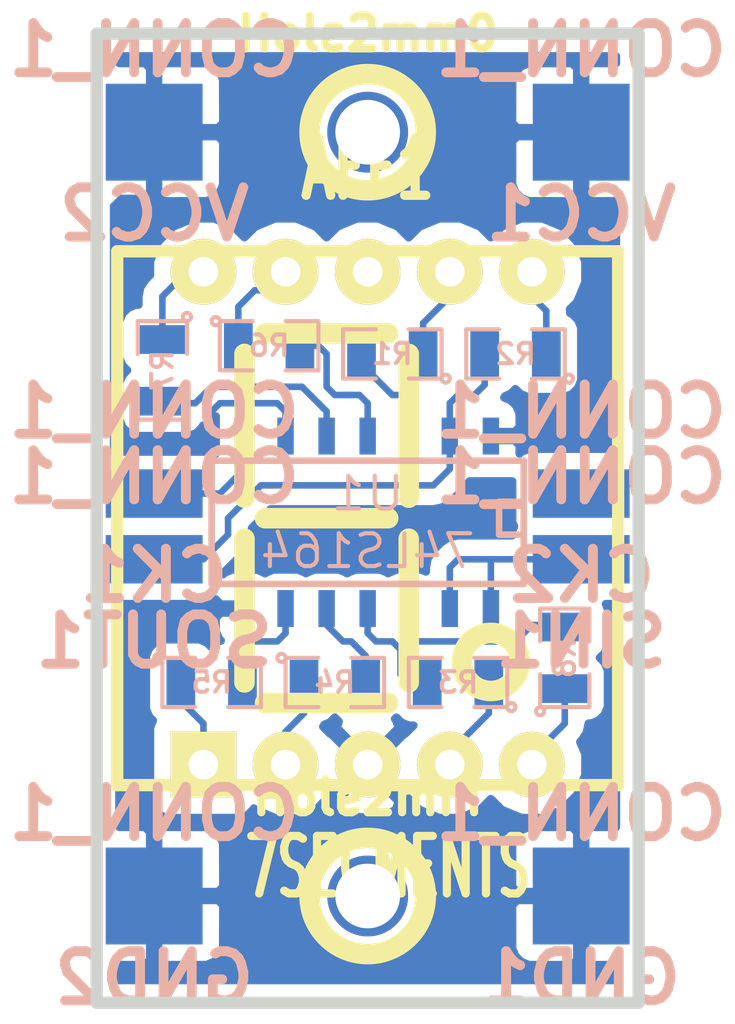
<source format=kicad_pcb>
(kicad_pcb (version 3) (host pcbnew "(2013-05-31 BZR 4019)-stable")

  (general
    (links 27)
    (no_connects 1)
    (area 138.0236 75.311 162.2044 106.5784)
    (thickness 1.6002)
    (drawings 4)
    (tracks 138)
    (zones 0)
    (modules 20)
    (nets 21)
  )

  (page A4)
  (title_block 
    (title serial7seg)
    (company fivevolts)
  )

  (layers
    (15 Front signal)
    (0 Back signal)
    (16 B.Adhes user)
    (17 F.Adhes user)
    (18 B.Paste user)
    (19 F.Paste user)
    (20 B.SilkS user)
    (21 F.SilkS user)
    (22 B.Mask user)
    (23 F.Mask user)
    (24 Dwgs.User user)
    (25 Cmts.User user)
    (26 Eco1.User user)
    (27 Eco2.User user)
    (28 Edge.Cuts user)
  )

  (setup
    (last_trace_width 0.2032)
    (trace_clearance 0.254)
    (zone_clearance 0.508)
    (zone_45_only no)
    (trace_min 0.2032)
    (segment_width 0.381)
    (edge_width 0.381)
    (via_size 0.889)
    (via_drill 0.635)
    (via_min_size 0.889)
    (via_min_drill 0.508)
    (uvia_size 0.508)
    (uvia_drill 0.127)
    (uvias_allowed no)
    (uvia_min_size 0.508)
    (uvia_min_drill 0.127)
    (pcb_text_width 0.3048)
    (pcb_text_size 1.524 2.032)
    (mod_edge_width 0.635)
    (mod_text_size 1.524 1.524)
    (mod_text_width 0.3048)
    (pad_size 2.49936 2.49936)
    (pad_drill 1.99898)
    (pad_to_mask_clearance 0.254)
    (aux_axis_origin 0 0)
    (visible_elements 7FFFFFFF)
    (pcbplotparams
      (layerselection 3178497)
      (usegerberextensions true)
      (excludeedgelayer true)
      (linewidth 0.100000)
      (plotframeref false)
      (viasonmask false)
      (mode 1)
      (useauxorigin false)
      (hpglpennumber 1)
      (hpglpenspeed 20)
      (hpglpendiameter 15)
      (hpglpenoverlay 2)
      (psnegative false)
      (psa4output false)
      (plotreference true)
      (plotvalue true)
      (plotothertext true)
      (plotinvisibletext false)
      (padsonsilk false)
      (subtractmaskfromsilk false)
      (outputformat 1)
      (mirror false)
      (drillshape 1)
      (scaleselection 1)
      (outputdirectory ""))
  )

  (net 0 "")
  (net 1 GND)
  (net 2 N-000002)
  (net 3 N-000004)
  (net 4 N-000005)
  (net 5 N-000006)
  (net 6 N-000008)
  (net 7 N-000009)
  (net 8 N-000010)
  (net 9 N-000011)
  (net 10 N-000012)
  (net 11 N-000013)
  (net 12 N-000014)
  (net 13 N-000015)
  (net 14 N-000016)
  (net 15 N-000017)
  (net 16 N-000018)
  (net 17 N-000019)
  (net 18 N-000020)
  (net 19 N-000021)
  (net 20 VCC)

  (net_class Default "This is the default net class."
    (clearance 0.254)
    (trace_width 0.2032)
    (via_dia 0.889)
    (via_drill 0.635)
    (uvia_dia 0.508)
    (uvia_drill 0.127)
    (add_net "")
    (add_net GND)
    (add_net N-000002)
    (add_net N-000004)
    (add_net N-000005)
    (add_net N-000006)
    (add_net N-000008)
    (add_net N-000009)
    (add_net N-000010)
    (add_net N-000011)
    (add_net N-000012)
    (add_net N-000013)
    (add_net N-000014)
    (add_net N-000015)
    (add_net N-000016)
    (add_net N-000017)
    (add_net N-000018)
    (add_net N-000019)
    (add_net N-000020)
    (add_net N-000021)
    (add_net VCC)
  )

  (net_class 16mils ""
    (clearance 0.254)
    (trace_width 0.4064)
    (via_dia 0.889)
    (via_drill 0.635)
    (uvia_dia 0.508)
    (uvia_drill 0.127)
  )

  (module SM0805 (layer Back) (tedit 42806E04) (tstamp 4D2B7A54)
    (at 150.876 86.106 180)
    (path /4D2B64AC)
    (attr smd)
    (fp_text reference R1 (at 0 0 180) (layer B.SilkS)
      (effects (font (size 0.635 0.635) (thickness 0.127)) (justify mirror))
    )
    (fp_text value 150 (at 0 0 180) (layer B.SilkS) hide
      (effects (font (size 0.635 0.635) (thickness 0.127)) (justify mirror))
    )
    (fp_circle (center -1.651 -0.762) (end -1.651 -0.635) (layer B.SilkS) (width 0.127))
    (fp_line (start -0.508 -0.762) (end -1.524 -0.762) (layer B.SilkS) (width 0.127))
    (fp_line (start -1.524 -0.762) (end -1.524 0.762) (layer B.SilkS) (width 0.127))
    (fp_line (start -1.524 0.762) (end -0.508 0.762) (layer B.SilkS) (width 0.127))
    (fp_line (start 0.508 0.762) (end 1.524 0.762) (layer B.SilkS) (width 0.127))
    (fp_line (start 1.524 0.762) (end 1.524 -0.762) (layer B.SilkS) (width 0.127))
    (fp_line (start 1.524 -0.762) (end 0.508 -0.762) (layer B.SilkS) (width 0.127))
    (pad 1 smd rect (at -0.9525 0 180) (size 0.889 1.397)
      (layers Back B.Paste B.Mask)
      (net 10 N-000012)
    )
    (pad 2 smd rect (at 0.9525 0 180) (size 0.889 1.397)
      (layers Back B.Paste B.Mask)
      (net 11 N-000013)
    )
    (model smd/chip_cms.wrl
      (at (xyz 0 0 0))
      (scale (xyz 0.1 0.1 0.1))
      (rotate (xyz 0 0 0))
    )
  )

  (module SM0805 (layer Back) (tedit 42806E04) (tstamp 4D2B7A5C)
    (at 154.686 86.106 180)
    (path /4D2B64B2)
    (attr smd)
    (fp_text reference R2 (at 0 0 180) (layer B.SilkS)
      (effects (font (size 0.635 0.635) (thickness 0.127)) (justify mirror))
    )
    (fp_text value 150 (at 0 0 180) (layer B.SilkS) hide
      (effects (font (size 0.635 0.635) (thickness 0.127)) (justify mirror))
    )
    (fp_circle (center -1.651 -0.762) (end -1.651 -0.635) (layer B.SilkS) (width 0.127))
    (fp_line (start -0.508 -0.762) (end -1.524 -0.762) (layer B.SilkS) (width 0.127))
    (fp_line (start -1.524 -0.762) (end -1.524 0.762) (layer B.SilkS) (width 0.127))
    (fp_line (start -1.524 0.762) (end -0.508 0.762) (layer B.SilkS) (width 0.127))
    (fp_line (start 0.508 0.762) (end 1.524 0.762) (layer B.SilkS) (width 0.127))
    (fp_line (start 1.524 0.762) (end 1.524 -0.762) (layer B.SilkS) (width 0.127))
    (fp_line (start 1.524 -0.762) (end 0.508 -0.762) (layer B.SilkS) (width 0.127))
    (pad 1 smd rect (at -0.9525 0 180) (size 0.889 1.397)
      (layers Back B.Paste B.Mask)
      (net 13 N-000015)
    )
    (pad 2 smd rect (at 0.9525 0 180) (size 0.889 1.397)
      (layers Back B.Paste B.Mask)
      (net 2 N-000002)
    )
    (model smd/chip_cms.wrl
      (at (xyz 0 0 0))
      (scale (xyz 0.1 0.1 0.1))
      (rotate (xyz 0 0 0))
    )
  )

  (module SM0805 (layer Back) (tedit 42806E04) (tstamp 4D2B7A5E)
    (at 152.908 96.266 180)
    (path /4D2B64B4)
    (attr smd)
    (fp_text reference R3 (at 0 0 180) (layer B.SilkS)
      (effects (font (size 0.635 0.635) (thickness 0.127)) (justify mirror))
    )
    (fp_text value 150 (at 0 0 180) (layer B.SilkS) hide
      (effects (font (size 0.635 0.635) (thickness 0.127)) (justify mirror))
    )
    (fp_circle (center -1.651 -0.762) (end -1.651 -0.635) (layer B.SilkS) (width 0.127))
    (fp_line (start -0.508 -0.762) (end -1.524 -0.762) (layer B.SilkS) (width 0.127))
    (fp_line (start -1.524 -0.762) (end -1.524 0.762) (layer B.SilkS) (width 0.127))
    (fp_line (start -1.524 0.762) (end -0.508 0.762) (layer B.SilkS) (width 0.127))
    (fp_line (start 0.508 0.762) (end 1.524 0.762) (layer B.SilkS) (width 0.127))
    (fp_line (start 1.524 0.762) (end 1.524 -0.762) (layer B.SilkS) (width 0.127))
    (fp_line (start 1.524 -0.762) (end 0.508 -0.762) (layer B.SilkS) (width 0.127))
    (pad 1 smd rect (at -0.9525 0 180) (size 0.889 1.397)
      (layers Back B.Paste B.Mask)
      (net 9 N-000011)
    )
    (pad 2 smd rect (at 0.9525 0 180) (size 0.889 1.397)
      (layers Back B.Paste B.Mask)
      (net 4 N-000005)
    )
    (model smd/chip_cms.wrl
      (at (xyz 0 0 0))
      (scale (xyz 0.1 0.1 0.1))
      (rotate (xyz 0 0 0))
    )
  )

  (module SM0805 (layer Back) (tedit 42806E04) (tstamp 4D2B7A52)
    (at 149.098 96.266)
    (path /4D2B64B5)
    (attr smd)
    (fp_text reference R4 (at 0 0) (layer B.SilkS)
      (effects (font (size 0.635 0.635) (thickness 0.127)) (justify mirror))
    )
    (fp_text value 150 (at 0 0) (layer B.SilkS) hide
      (effects (font (size 0.635 0.635) (thickness 0.127)) (justify mirror))
    )
    (fp_circle (center -1.651 -0.762) (end -1.651 -0.635) (layer B.SilkS) (width 0.127))
    (fp_line (start -0.508 -0.762) (end -1.524 -0.762) (layer B.SilkS) (width 0.127))
    (fp_line (start -1.524 -0.762) (end -1.524 0.762) (layer B.SilkS) (width 0.127))
    (fp_line (start -1.524 0.762) (end -0.508 0.762) (layer B.SilkS) (width 0.127))
    (fp_line (start 0.508 0.762) (end 1.524 0.762) (layer B.SilkS) (width 0.127))
    (fp_line (start 1.524 0.762) (end 1.524 -0.762) (layer B.SilkS) (width 0.127))
    (fp_line (start 1.524 -0.762) (end 0.508 -0.762) (layer B.SilkS) (width 0.127))
    (pad 1 smd rect (at -0.9525 0) (size 0.889 1.397)
      (layers Back B.Paste B.Mask)
      (net 12 N-000014)
    )
    (pad 2 smd rect (at 0.9525 0) (size 0.889 1.397)
      (layers Back B.Paste B.Mask)
      (net 8 N-000010)
    )
    (model smd/chip_cms.wrl
      (at (xyz 0 0 0))
      (scale (xyz 0.1 0.1 0.1))
      (rotate (xyz 0 0 0))
    )
  )

  (module SM0805 (layer Back) (tedit 42806E04) (tstamp 4D2B7A56)
    (at 145.288 96.266)
    (path /4D2B64B7)
    (attr smd)
    (fp_text reference R5 (at 0 0) (layer B.SilkS)
      (effects (font (size 0.635 0.635) (thickness 0.127)) (justify mirror))
    )
    (fp_text value 150 (at 0 0) (layer B.SilkS) hide
      (effects (font (size 0.635 0.635) (thickness 0.127)) (justify mirror))
    )
    (fp_circle (center -1.651 -0.762) (end -1.651 -0.635) (layer B.SilkS) (width 0.127))
    (fp_line (start -0.508 -0.762) (end -1.524 -0.762) (layer B.SilkS) (width 0.127))
    (fp_line (start -1.524 -0.762) (end -1.524 0.762) (layer B.SilkS) (width 0.127))
    (fp_line (start -1.524 0.762) (end -0.508 0.762) (layer B.SilkS) (width 0.127))
    (fp_line (start 0.508 0.762) (end 1.524 0.762) (layer B.SilkS) (width 0.127))
    (fp_line (start 1.524 0.762) (end 1.524 -0.762) (layer B.SilkS) (width 0.127))
    (fp_line (start 1.524 -0.762) (end 0.508 -0.762) (layer B.SilkS) (width 0.127))
    (pad 1 smd rect (at -0.9525 0) (size 0.889 1.397)
      (layers Back B.Paste B.Mask)
      (net 18 N-000020)
    )
    (pad 2 smd rect (at 0.9525 0) (size 0.889 1.397)
      (layers Back B.Paste B.Mask)
      (net 7 N-000009)
    )
    (model smd/chip_cms.wrl
      (at (xyz 0 0 0))
      (scale (xyz 0.1 0.1 0.1))
      (rotate (xyz 0 0 0))
    )
  )

  (module SM0805 (layer Back) (tedit 42806E04) (tstamp 4D2B7A58)
    (at 147.066 85.852)
    (path /4D2B64B9)
    (attr smd)
    (fp_text reference R6 (at 0 0) (layer B.SilkS)
      (effects (font (size 0.635 0.635) (thickness 0.127)) (justify mirror))
    )
    (fp_text value 150 (at 0 0) (layer B.SilkS) hide
      (effects (font (size 0.635 0.635) (thickness 0.127)) (justify mirror))
    )
    (fp_circle (center -1.651 -0.762) (end -1.651 -0.635) (layer B.SilkS) (width 0.127))
    (fp_line (start -0.508 -0.762) (end -1.524 -0.762) (layer B.SilkS) (width 0.127))
    (fp_line (start -1.524 -0.762) (end -1.524 0.762) (layer B.SilkS) (width 0.127))
    (fp_line (start -1.524 0.762) (end -0.508 0.762) (layer B.SilkS) (width 0.127))
    (fp_line (start 0.508 0.762) (end 1.524 0.762) (layer B.SilkS) (width 0.127))
    (fp_line (start 1.524 0.762) (end 1.524 -0.762) (layer B.SilkS) (width 0.127))
    (fp_line (start 1.524 -0.762) (end 0.508 -0.762) (layer B.SilkS) (width 0.127))
    (pad 1 smd rect (at -0.9525 0) (size 0.889 1.397)
      (layers Back B.Paste B.Mask)
      (net 14 N-000016)
    )
    (pad 2 smd rect (at 0.9525 0) (size 0.889 1.397)
      (layers Back B.Paste B.Mask)
      (net 15 N-000017)
    )
    (model smd/chip_cms.wrl
      (at (xyz 0 0 0))
      (scale (xyz 0.1 0.1 0.1))
      (rotate (xyz 0 0 0))
    )
  )

  (module SM0805 (layer Back) (tedit 42806E04) (tstamp 4D2B7A5A)
    (at 143.764 86.614 270)
    (path /4D2B64BA)
    (attr smd)
    (fp_text reference R7 (at 0 0 270) (layer B.SilkS)
      (effects (font (size 0.635 0.635) (thickness 0.127)) (justify mirror))
    )
    (fp_text value 150 (at 0 0 270) (layer B.SilkS) hide
      (effects (font (size 0.635 0.635) (thickness 0.127)) (justify mirror))
    )
    (fp_circle (center -1.651 -0.762) (end -1.651 -0.635) (layer B.SilkS) (width 0.127))
    (fp_line (start -0.508 -0.762) (end -1.524 -0.762) (layer B.SilkS) (width 0.127))
    (fp_line (start -1.524 -0.762) (end -1.524 0.762) (layer B.SilkS) (width 0.127))
    (fp_line (start -1.524 0.762) (end -0.508 0.762) (layer B.SilkS) (width 0.127))
    (fp_line (start 0.508 0.762) (end 1.524 0.762) (layer B.SilkS) (width 0.127))
    (fp_line (start 1.524 0.762) (end 1.524 -0.762) (layer B.SilkS) (width 0.127))
    (fp_line (start 1.524 -0.762) (end 0.508 -0.762) (layer B.SilkS) (width 0.127))
    (pad 1 smd rect (at -0.9525 0 270) (size 0.889 1.397)
      (layers Back B.Paste B.Mask)
      (net 16 N-000018)
    )
    (pad 2 smd rect (at 0.9525 0 270) (size 0.889 1.397)
      (layers Back B.Paste B.Mask)
      (net 17 N-000019)
    )
    (model smd/chip_cms.wrl
      (at (xyz 0 0 0))
      (scale (xyz 0.1 0.1 0.1))
      (rotate (xyz 0 0 0))
    )
  )

  (module SO14E (layer Back) (tedit 42806FBF) (tstamp 4D2B8E76)
    (at 150.114 91.186 180)
    (descr "module CMS SOJ 14 pins etroit")
    (tags "CMS SOJ")
    (path /4D2B85BA)
    (attr smd)
    (fp_text reference U1 (at 0 0.762 180) (layer B.SilkS)
      (effects (font (size 1.016 1.143) (thickness 0.127)) (justify mirror))
    )
    (fp_text value 74LS164 (at 0 -1.016 180) (layer B.SilkS)
      (effects (font (size 1.016 1.016) (thickness 0.127)) (justify mirror))
    )
    (fp_line (start -4.826 1.778) (end 4.826 1.778) (layer B.SilkS) (width 0.2032))
    (fp_line (start 4.826 1.778) (end 4.826 -2.032) (layer B.SilkS) (width 0.2032))
    (fp_line (start 4.826 -2.032) (end -4.826 -2.032) (layer B.SilkS) (width 0.2032))
    (fp_line (start -4.826 -2.032) (end -4.826 1.778) (layer B.SilkS) (width 0.2032))
    (fp_line (start -4.826 0.508) (end -4.064 0.508) (layer B.SilkS) (width 0.2032))
    (fp_line (start -4.064 0.508) (end -4.064 -0.508) (layer B.SilkS) (width 0.2032))
    (fp_line (start -4.064 -0.508) (end -4.826 -0.508) (layer B.SilkS) (width 0.2032))
    (pad 1 smd rect (at -3.81 -2.794 180) (size 0.508 1.143)
      (layers Back B.Paste B.Mask)
      (net 3 N-000004)
    )
    (pad 2 smd rect (at -2.54 -2.794 180) (size 0.508 1.143)
      (layers Back B.Paste B.Mask)
      (net 3 N-000004)
    )
    (pad 3 smd rect (at -1.27 -2.794 180) (size 0.508 1.143)
      (layers Back B.Paste B.Mask)
      (net 6 N-000008)
    )
    (pad 4 smd rect (at 0 -2.794 180) (size 0.508 1.143)
      (layers Back B.Paste B.Mask)
      (net 4 N-000005)
    )
    (pad 5 smd rect (at 1.27 -2.794 180) (size 0.508 1.143)
      (layers Back B.Paste B.Mask)
      (net 8 N-000010)
    )
    (pad 6 smd rect (at 2.54 -2.794 180) (size 0.508 1.143)
      (layers Back B.Paste B.Mask)
      (net 7 N-000009)
    )
    (pad 7 smd rect (at 3.81 -2.794 180) (size 0.508 1.143)
      (layers Back B.Paste B.Mask)
      (net 1 GND)
    )
    (pad 8 smd rect (at 3.81 2.54 180) (size 0.508 1.143)
      (layers Back B.Paste B.Mask)
      (net 19 N-000021)
    )
    (pad 9 smd rect (at 2.54 2.54 180) (size 0.508 1.143)
      (layers Back B.Paste B.Mask)
      (net 20 VCC)
    )
    (pad 10 smd rect (at 1.27 2.54 180) (size 0.508 1.143)
      (layers Back B.Paste B.Mask)
      (net 17 N-000019)
    )
    (pad 11 smd rect (at 0 2.54 180) (size 0.508 1.143)
      (layers Back B.Paste B.Mask)
      (net 15 N-000017)
    )
    (pad 12 smd rect (at -1.27 2.54 180) (size 0.508 1.143)
      (layers Back B.Paste B.Mask)
      (net 11 N-000013)
    )
    (pad 13 smd rect (at -2.54 2.54 180) (size 0.508 1.143)
      (layers Back B.Paste B.Mask)
      (net 2 N-000002)
    )
    (pad 14 smd rect (at -3.81 2.54 180) (size 0.508 1.143)
      (layers Back B.Paste B.Mask)
      (net 20 VCC)
    )
    (model smd/cms_so14.wrl
      (at (xyz 0 0 0))
      (scale (xyz 0.5 0.3 0.5))
      (rotate (xyz 0 0 0))
    )
  )

  (module FND500 (layer Front) (tedit 4D2B96E2) (tstamp 4D2B9745)
    (at 150.114 91.186)
    (descr "DEL 7 segments")
    (tags AFFICHEUR)
    (path /4D2B6432)
    (fp_text reference AFF1 (at 0 -10.795) (layer F.SilkS)
      (effects (font (size 1.778 1.143) (thickness 0.28702)))
    )
    (fp_text value 7SEGMENTS (at 0.635 10.795) (layer F.SilkS)
      (effects (font (size 1.778 1.016) (thickness 0.254)))
    )
    (fp_circle (center 3.81 4.445) (end 3.175 5.08) (layer F.SilkS) (width 0.635))
    (fp_line (start -3.175 5.715) (end 0.635 5.715) (layer F.SilkS) (width 0.635))
    (fp_line (start -3.175 0) (end 0.635 0) (layer F.SilkS) (width 0.635))
    (fp_line (start -3.175 -5.715) (end 0.635 -5.715) (layer F.SilkS) (width 0.635))
    (fp_line (start 1.27 0.635) (end 1.27 5.08) (layer F.SilkS) (width 0.635))
    (fp_line (start -3.81 0.635) (end -3.81 5.08) (layer F.SilkS) (width 0.635))
    (fp_line (start 1.27 -5.08) (end 1.27 -0.635) (layer F.SilkS) (width 0.635))
    (fp_line (start -3.81 -5.08) (end -3.81 -0.635) (layer F.SilkS) (width 0.635))
    (fp_line (start -7.747 -8.255) (end 7.747 -8.255) (layer F.SilkS) (width 0.381))
    (fp_line (start 7.747 -8.255) (end 7.747 8.255) (layer F.SilkS) (width 0.381))
    (fp_line (start 7.747 8.255) (end -7.747 8.255) (layer F.SilkS) (width 0.381))
    (fp_line (start -7.747 8.255) (end -7.747 -8.255) (layer F.SilkS) (width 0.381))
    (pad 9 thru_hole circle (at -2.54 -7.62) (size 2.032 2.032) (drill 0.9144)
      (layers *.Cu *.Mask F.SilkS)
      (net 14 N-000016)
    )
    (pad 10 thru_hole circle (at -5.08 -7.62) (size 2.032 2.032) (drill 0.9144)
      (layers *.Cu *.Mask F.SilkS)
      (net 16 N-000018)
    )
    (pad 7 thru_hole circle (at 2.54 -7.62) (size 2.032 2.032) (drill 0.9144)
      (layers *.Cu *.Mask F.SilkS)
      (net 10 N-000012)
    )
    (pad 6 thru_hole circle (at 5.08 -7.62) (size 2.032 2.032) (drill 0.9144)
      (layers *.Cu *.Mask F.SilkS)
      (net 13 N-000015)
    )
    (pad 5 thru_hole circle (at 5.08 7.62) (size 2.032 2.032) (drill 0.9144)
      (layers *.Cu *.Mask F.SilkS)
      (net 5 N-000006)
    )
    (pad 4 thru_hole circle (at 2.54 7.62) (size 2.032 2.032) (drill 0.9144)
      (layers *.Cu *.Mask F.SilkS)
      (net 9 N-000011)
    )
    (pad 2 thru_hole circle (at -2.54 7.62) (size 2.032 2.032) (drill 0.9144)
      (layers *.Cu *.Mask F.SilkS)
      (net 12 N-000014)
    )
    (pad 1 thru_hole rect (at -5.08 7.62) (size 2.032 2.032) (drill 0.9144)
      (layers *.Cu *.Mask F.SilkS)
      (net 18 N-000020)
    )
    (pad 3 thru_hole circle (at 0 7.62) (size 2.032 2.032) (drill 0.9144)
      (layers *.Cu *.Mask F.SilkS)
      (net 1 GND)
    )
    (pad 8 thru_hole circle (at 0 -7.62) (size 2.032 2.032) (drill 0.9144)
      (layers *.Cu *.Mask F.SilkS)
    )
  )

  (module SM0805 (layer Back) (tedit 42806E04) (tstamp 4D2CA051)
    (at 156.21 95.504 90)
    (path /4D2C9909)
    (attr smd)
    (fp_text reference R8 (at 0 0 90) (layer B.SilkS)
      (effects (font (size 0.635 0.635) (thickness 0.127)) (justify mirror))
    )
    (fp_text value 150 (at 0 0 90) (layer B.SilkS) hide
      (effects (font (size 0.635 0.635) (thickness 0.127)) (justify mirror))
    )
    (fp_circle (center -1.651 -0.762) (end -1.651 -0.635) (layer B.SilkS) (width 0.127))
    (fp_line (start -0.508 -0.762) (end -1.524 -0.762) (layer B.SilkS) (width 0.127))
    (fp_line (start -1.524 -0.762) (end -1.524 0.762) (layer B.SilkS) (width 0.127))
    (fp_line (start -1.524 0.762) (end -0.508 0.762) (layer B.SilkS) (width 0.127))
    (fp_line (start 0.508 0.762) (end 1.524 0.762) (layer B.SilkS) (width 0.127))
    (fp_line (start 1.524 0.762) (end 1.524 -0.762) (layer B.SilkS) (width 0.127))
    (fp_line (start 1.524 -0.762) (end 0.508 -0.762) (layer B.SilkS) (width 0.127))
    (pad 1 smd rect (at -0.9525 0 90) (size 0.889 1.397)
      (layers Back B.Paste B.Mask)
      (net 5 N-000006)
    )
    (pad 2 smd rect (at 0.9525 0 90) (size 0.889 1.397)
      (layers Back B.Paste B.Mask)
      (net 6 N-000008)
    )
    (model smd/chip_cms.wrl
      (at (xyz 0 0 0))
      (scale (xyz 0.1 0.1 0.1))
      (rotate (xyz 0 0 0))
    )
  )

  (module FlatPad3mm (layer Back) (tedit 4D2CD103) (tstamp 4D2B8E72)
    (at 156.718 102.87)
    (path /4D2B6538)
    (fp_text reference GND1 (at 0 2.54) (layer B.SilkS)
      (effects (font (size 1.524 1.524) (thickness 0.3048)) (justify mirror))
    )
    (fp_text value CONN_1 (at 0 -2.54) (layer B.SilkS)
      (effects (font (size 1.524 1.524) (thickness 0.3048)) (justify mirror))
    )
    (pad 1 smd rect (at 0 0) (size 2.9972 2.9972)
      (layers Back B.Paste B.Mask)
      (net 1 GND)
      (clearance 0.127)
    )
  )

  (module FlatPad3mm (layer Back) (tedit 4D2CD103) (tstamp 4D2B8E70)
    (at 143.51 102.87)
    (path /4D2B8AF6)
    (fp_text reference GND2 (at 0 2.54) (layer B.SilkS)
      (effects (font (size 1.524 1.524) (thickness 0.3048)) (justify mirror))
    )
    (fp_text value CONN_1 (at 0 -2.54) (layer B.SilkS)
      (effects (font (size 1.524 1.524) (thickness 0.3048)) (justify mirror))
    )
    (pad 1 smd rect (at 0 0) (size 2.9972 2.9972)
      (layers Back B.Paste B.Mask)
      (net 1 GND)
      (clearance 0.127)
    )
  )

  (module FlatPad3mm (layer Back) (tedit 4D2CD103) (tstamp 4D2B8E68)
    (at 156.718 79.248)
    (path /4D2B8AF5)
    (fp_text reference VCC1 (at 0 2.54) (layer B.SilkS)
      (effects (font (size 1.524 1.524) (thickness 0.3048)) (justify mirror))
    )
    (fp_text value CONN_1 (at 0 -2.54) (layer B.SilkS)
      (effects (font (size 1.524 1.524) (thickness 0.3048)) (justify mirror))
    )
    (pad 1 smd rect (at 0 0) (size 2.9972 2.9972)
      (layers Back B.Paste B.Mask)
      (net 20 VCC)
      (clearance 0.127)
    )
  )

  (module FlatPad3mm (layer Back) (tedit 4D2CD103) (tstamp 4D2B8E66)
    (at 143.51 79.248)
    (path /4D2B6533)
    (fp_text reference VCC2 (at 0 2.54) (layer B.SilkS)
      (effects (font (size 1.524 1.524) (thickness 0.3048)) (justify mirror))
    )
    (fp_text value CONN_1 (at 0 -2.54) (layer B.SilkS)
      (effects (font (size 1.524 1.524) (thickness 0.3048)) (justify mirror))
    )
    (pad 1 smd rect (at 0 0) (size 2.9972 2.9972)
      (layers Back B.Paste B.Mask)
      (net 20 VCC)
      (clearance 0.127)
    )
  )

  (module FlatPad1.5x3mm (layer Back) (tedit 4D2CDB49) (tstamp 4D2B8E6A)
    (at 143.51 90.424)
    (path /4D2B87CE)
    (fp_text reference CK1 (at 0 2.54) (layer B.SilkS)
      (effects (font (size 1.524 1.524) (thickness 0.3048)) (justify mirror))
    )
    (fp_text value CONN_1 (at 0 -2.54) (layer B.SilkS)
      (effects (font (size 1.524 1.524) (thickness 0.3048)) (justify mirror))
    )
    (pad 1 smd rect (at 0 0) (size 2.9972 1.4986)
      (layers Back B.Paste B.Mask)
      (net 19 N-000021)
      (clearance 0.127)
    )
  )

  (module FlatPad1.5x3mm (layer Back) (tedit 4D2CDB49) (tstamp 4D2B8E74)
    (at 156.718 90.424)
    (path /4D2B8926)
    (fp_text reference CK2 (at 0 2.54) (layer B.SilkS)
      (effects (font (size 1.524 1.524) (thickness 0.3048)) (justify mirror))
    )
    (fp_text value CONN_1 (at 0 -2.54) (layer B.SilkS)
      (effects (font (size 1.524 1.524) (thickness 0.3048)) (justify mirror))
    )
    (pad 1 smd rect (at 0 0) (size 2.9972 1.4986)
      (layers Back B.Paste B.Mask)
      (net 19 N-000021)
      (clearance 0.127)
    )
  )

  (module FlatPad1.5x3mm (layer Back) (tedit 4D2CDB49) (tstamp 4D2B8E6E)
    (at 156.718 92.456)
    (path /4D2B8921)
    (fp_text reference SIN1 (at 0 2.54) (layer B.SilkS)
      (effects (font (size 1.524 1.524) (thickness 0.3048)) (justify mirror))
    )
    (fp_text value CONN_1 (at 0 -2.54) (layer B.SilkS)
      (effects (font (size 1.524 1.524) (thickness 0.3048)) (justify mirror))
    )
    (pad 1 smd rect (at 0 0) (size 2.9972 1.4986)
      (layers Back B.Paste B.Mask)
      (net 3 N-000004)
      (clearance 0.127)
    )
  )

  (module FlatPad1.5x3mm (layer Back) (tedit 4D2CDB49) (tstamp 4D2B8E6C)
    (at 143.51 92.456)
    (path /4D2B85E8)
    (fp_text reference SOUT1 (at 0 2.54) (layer B.SilkS)
      (effects (font (size 1.524 1.524) (thickness 0.3048)) (justify mirror))
    )
    (fp_text value CONN_1 (at 0 -2.54) (layer B.SilkS)
      (effects (font (size 1.524 1.524) (thickness 0.3048)) (justify mirror))
    )
    (pad 1 smd rect (at 0 0) (size 2.9972 1.4986)
      (layers Back B.Paste B.Mask)
      (net 2 N-000002)
      (clearance 0.127)
    )
  )

  (module Hole2mm (layer Front) (tedit 4D4C4772) (tstamp 4D2CE26D)
    (at 150.114 79.248)
    (descr "module 1 pin (ou trou mecanique de percage)")
    (tags DEV)
    (fp_text reference Hole2mm0 (at 0 -3.048) (layer F.SilkS)
      (effects (font (size 1.016 1.016) (thickness 0.254)))
    )
    (fp_text value P*** (at 0 2.794) (layer F.SilkS) hide
      (effects (font (size 1.016 1.016) (thickness 0.254)))
    )
    (fp_circle (center 0 0) (end -1.778 -0.254) (layer F.SilkS) (width 0.635))
    (pad 2 thru_hole circle (at 0 0) (size 2.49936 2.49936) (drill 1.99898)
      (layers *.Cu *.Mask)
      (clearance 0.127)
    )
  )

  (module Hole2mm (layer Front) (tedit 4D2CD757) (tstamp 4D2CE2A2)
    (at 150.114 102.87)
    (descr "module 1 pin (ou trou mecanique de percage)")
    (tags DEV)
    (fp_text reference Hole2mm (at 0 -3.048) (layer F.SilkS)
      (effects (font (size 1.016 1.016) (thickness 0.254)))
    )
    (fp_text value P*** (at 0 2.794) (layer F.SilkS) hide
      (effects (font (size 1.016 1.016) (thickness 0.254)))
    )
    (fp_circle (center 0 0) (end -1.778 -0.254) (layer F.SilkS) (width 0.635))
    (pad 1 thru_hole circle (at 0 0) (size 2.49936 2.49936) (drill 1.99898)
      (layers *.Cu *.Mask)
      (clearance 0.127)
    )
  )

  (gr_line (start 141.732 76.2) (end 158.496 76.2) (angle 90) (layer Edge.Cuts) (width 0.381))
  (gr_line (start 158.496 106.172) (end 141.732 106.172) (angle 90) (layer Edge.Cuts) (width 0.381))
  (gr_line (start 158.496 76.2) (end 158.496 106.172) (angle 90) (layer Edge.Cuts) (width 0.381))
  (gr_line (start 141.732 76.2) (end 141.732 106.172) (angle 90) (layer Edge.Cuts) (width 0.381))

  (segment (start 143.256 100.33) (end 143.51 100.584) (width 0.2032) (layer Back) (net 1))
  (segment (start 143.51 94.742) (end 143.256 94.996) (width 0.2032) (layer Back) (net 1))
  (segment (start 154.178 102.87) (end 150.114 98.806) (width 0.2032) (layer Back) (net 1) (status 400))
  (segment (start 143.51 102.87) (end 146.05 102.87) (width 0.2032) (layer Back) (net 1) (status 800))
  (segment (start 146.05 102.87) (end 150.114 98.806) (width 0.2032) (layer Back) (net 1) (status 400))
  (segment (start 144.78 93.98) (end 144.018 94.742) (width 0.2032) (layer Back) (net 1))
  (segment (start 156.718 102.87) (end 154.178 102.87) (width 0.2032) (layer Back) (net 1) (status 800))
  (segment (start 144.018 94.742) (end 143.51 94.742) (width 0.2032) (layer Back) (net 1))
  (segment (start 143.256 100.33) (end 143.256 94.996) (width 0.2032) (layer Back) (net 1))
  (segment (start 143.51 100.584) (end 143.51 102.87) (width 0.2032) (layer Back) (net 1) (status 400))
  (segment (start 146.304 93.98) (end 144.78 93.98) (width 0.2032) (layer Back) (net 1) (status 800))
  (segment (start 145.034 92.456) (end 145.288 92.202) (width 0.2032) (layer Back) (net 2))
  (segment (start 145.288 92.202) (end 145.796 91.694) (width 0.2032) (layer Back) (net 2))
  (segment (start 152.146 90.17) (end 152.654 89.662) (width 0.2032) (layer Back) (net 2))
  (segment (start 146.812 90.17) (end 152.146 90.17) (width 0.2032) (layer Back) (net 2))
  (segment (start 145.796 91.186) (end 146.812 90.17) (width 0.2032) (layer Back) (net 2))
  (segment (start 145.796 91.694) (end 145.796 91.186) (width 0.2032) (layer Back) (net 2))
  (segment (start 153.416 87.376) (end 153.7335 87.0585) (width 0.2032) (layer Back) (net 2))
  (segment (start 152.654 88.646) (end 152.654 87.63) (width 0.2032) (layer Back) (net 2) (status 800))
  (segment (start 152.908 87.376) (end 153.416 87.376) (width 0.2032) (layer Back) (net 2))
  (segment (start 152.654 87.63) (end 152.908 87.376) (width 0.2032) (layer Back) (net 2))
  (segment (start 152.654 88.646) (end 152.654 89.662) (width 0.2032) (layer Back) (net 2) (status 800))
  (segment (start 145.034 92.456) (end 143.51 92.456) (width 0.2032) (layer Back) (net 2) (status 400))
  (segment (start 153.7335 87.0585) (end 153.7335 86.106) (width 0.2032) (layer Back) (net 2) (status 400))
  (segment (start 152.654 93.98) (end 152.654 93.218) (width 0.2032) (layer Back) (net 3) (status 800))
  (segment (start 153.924 93.98) (end 153.924 92.456) (width 0.2032) (layer Back) (net 3) (status 800))
  (segment (start 153.924 92.456) (end 153.416 92.456) (width 0.2032) (layer Back) (net 3))
  (segment (start 152.654 93.218) (end 152.654 92.71) (width 0.2032) (layer Back) (net 3))
  (segment (start 152.908 92.456) (end 153.416 92.456) (width 0.2032) (layer Back) (net 3))
  (segment (start 152.654 92.71) (end 152.908 92.456) (width 0.2032) (layer Back) (net 3))
  (segment (start 156.718 92.456) (end 153.924 92.456) (width 0.2032) (layer Back) (net 3) (status 800))
  (segment (start 151.13 95.25) (end 151.13 96.012) (width 0.2032) (layer Back) (net 4))
  (segment (start 151.384 96.266) (end 151.9555 96.266) (width 0.2032) (layer Back) (net 4) (status 400))
  (segment (start 150.368 94.996) (end 150.876 94.996) (width 0.2032) (layer Back) (net 4))
  (segment (start 150.114 93.98) (end 150.114 94.742) (width 0.2032) (layer Back) (net 4) (status 800))
  (segment (start 150.876 94.996) (end 151.13 95.25) (width 0.2032) (layer Back) (net 4))
  (segment (start 151.892 96.2025) (end 151.9555 96.266) (width 0.2032) (layer Back) (net 4) (status 400))
  (segment (start 151.892 96.2025) (end 151.9555 96.266) (width 0.2032) (layer Back) (net 4) (status 400))
  (segment (start 151.13 96.012) (end 151.384 96.266) (width 0.2032) (layer Back) (net 4))
  (segment (start 150.114 94.742) (end 150.368 94.996) (width 0.2032) (layer Back) (net 4))
  (segment (start 155.194 98.552) (end 156.21 97.536) (width 0.2032) (layer Back) (net 5))
  (segment (start 155.194 98.806) (end 155.194 98.552) (width 0.2032) (layer Back) (net 5) (status 800))
  (segment (start 156.21 97.536) (end 156.21 96.4565) (width 0.2032) (layer Back) (net 5) (status 400))
  (segment (start 156.1465 94.488) (end 156.21 94.5515) (width 0.2032) (layer Back) (net 6) (status 400))
  (segment (start 155.194 94.488) (end 156.1465 94.488) (width 0.2032) (layer Back) (net 6))
  (segment (start 151.384 93.98) (end 151.384 94.742) (width 0.2032) (layer Back) (net 6) (status 800))
  (segment (start 151.638 94.996) (end 154.686 94.996) (width 0.2032) (layer Back) (net 6))
  (segment (start 151.384 94.742) (end 151.638 94.996) (width 0.2032) (layer Back) (net 6))
  (segment (start 154.686 94.996) (end 155.194 94.488) (width 0.2032) (layer Back) (net 6))
  (segment (start 147.32 94.996) (end 147.066 94.996) (width 0.2032) (layer Back) (net 7))
  (segment (start 147.574 94.742) (end 147.32 94.996) (width 0.2032) (layer Back) (net 7))
  (segment (start 147.574 93.98) (end 147.574 94.742) (width 0.2032) (layer Back) (net 7) (status 800))
  (segment (start 146.558 94.996) (end 147.066 94.996) (width 0.2032) (layer Back) (net 7))
  (segment (start 146.2405 95.3135) (end 146.558 94.996) (width 0.2032) (layer Back) (net 7))
  (segment (start 146.2405 96.266) (end 146.2405 95.3135) (width 0.2032) (layer Back) (net 7) (status 800))
  (segment (start 148.844 94.488) (end 149.352 94.996) (width 0.2032) (layer Back) (net 8))
  (segment (start 148.844 93.98) (end 148.844 94.488) (width 0.2032) (layer Back) (net 8) (status 800))
  (segment (start 150.0505 95.4405) (end 150.0505 96.266) (width 0.2032) (layer Back) (net 8) (status 400))
  (segment (start 149.606 94.996) (end 150.0505 95.4405) (width 0.2032) (layer Back) (net 8))
  (segment (start 149.352 94.996) (end 149.606 94.996) (width 0.2032) (layer Back) (net 8))
  (segment (start 152.654 98.425) (end 152.654 98.806) (width 0.2032) (layer Back) (net 9) (status 400))
  (segment (start 153.8605 97.2185) (end 152.654 98.425) (width 0.2032) (layer Back) (net 9))
  (segment (start 153.8605 96.266) (end 153.8605 97.2185) (width 0.2032) (layer Back) (net 9) (status 800))
  (segment (start 152.654 84.328) (end 152.654 83.566) (width 0.2032) (layer Back) (net 10) (status 400))
  (segment (start 151.8285 85.1535) (end 152.654 84.328) (width 0.2032) (layer Back) (net 10))
  (segment (start 151.8285 86.106) (end 151.8285 85.1535) (width 0.2032) (layer Back) (net 10) (status 800))
  (segment (start 151.384 87.63) (end 151.13 87.376) (width 0.2032) (layer Back) (net 11))
  (segment (start 151.384 87.884) (end 151.384 87.63) (width 0.2032) (layer Back) (net 11))
  (segment (start 151.13 87.376) (end 150.876 87.376) (width 0.2032) (layer Back) (net 11))
  (segment (start 149.9235 86.106) (end 149.9235 86.0425) (width 0.2032) (layer Back) (net 11) (status 800))
  (segment (start 149.9235 86.0425) (end 149.9235 86.106) (width 0.2032) (layer Back) (net 11) (status 400))
  (segment (start 149.9235 86.106) (end 149.9235 86.4235) (width 0.2032) (layer Back) (net 11) (status 800))
  (segment (start 151.384 87.884) (end 151.384 88.646) (width 0.2032) (layer Back) (net 11) (status 400))
  (segment (start 149.9235 86.4235) (end 150.876 87.376) (width 0.2032) (layer Back) (net 11))
  (segment (start 148.1455 97.2185) (end 147.574 97.79) (width 0.2032) (layer Back) (net 12))
  (segment (start 147.574 97.79) (end 147.574 98.806) (width 0.2032) (layer Back) (net 12) (status 400))
  (segment (start 148.1455 96.266) (end 148.1455 97.2185) (width 0.2032) (layer Back) (net 12) (status 800))
  (segment (start 155.6385 84.7725) (end 155.6385 86.106) (width 0.2032) (layer Back) (net 13) (status 400))
  (segment (start 155.194 83.566) (end 155.194 84.328) (width 0.2032) (layer Back) (net 13) (status 800))
  (segment (start 155.194 84.328) (end 155.6385 84.7725) (width 0.2032) (layer Back) (net 13))
  (segment (start 146.6215 84.1375) (end 147.0025 84.1375) (width 0.2032) (layer Back) (net 14))
  (segment (start 147.0025 84.1375) (end 147.574 83.566) (width 0.2032) (layer Back) (net 14) (status 400))
  (segment (start 146.1135 85.852) (end 146.1135 84.6455) (width 0.2032) (layer Back) (net 14) (status 800))
  (segment (start 146.1135 84.6455) (end 146.6215 84.1375) (width 0.2032) (layer Back) (net 14))
  (segment (start 148.0185 85.852) (end 148.59 85.852) (width 0.2032) (layer Back) (net 15) (status 800))
  (segment (start 148.844 86.106) (end 148.844 86.36) (width 0.2032) (layer Back) (net 15))
  (segment (start 148.59 85.852) (end 148.844 86.106) (width 0.2032) (layer Back) (net 15))
  (segment (start 149.606 87.376) (end 149.86 87.376) (width 0.2032) (layer Back) (net 15))
  (segment (start 149.352 87.376) (end 149.098 87.376) (width 0.2032) (layer Back) (net 15))
  (segment (start 148.844 87.122) (end 148.844 86.36) (width 0.2032) (layer Back) (net 15))
  (segment (start 149.098 87.376) (end 148.844 87.122) (width 0.2032) (layer Back) (net 15))
  (segment (start 150.114 87.63) (end 150.114 88.646) (width 0.2032) (layer Back) (net 15) (status 400))
  (segment (start 149.86 87.376) (end 150.114 87.63) (width 0.2032) (layer Back) (net 15))
  (segment (start 149.352 87.376) (end 149.606 87.376) (width 0.2032) (layer Back) (net 15))
  (segment (start 149.352 87.376) (end 149.606 87.376) (width 0.2032) (layer Back) (net 15))
  (segment (start 143.764 84.328) (end 144.526 83.566) (width 0.2032) (layer Back) (net 16))
  (segment (start 143.764 85.6615) (end 143.764 84.328) (width 0.2032) (layer Back) (net 16) (status 800))
  (segment (start 144.526 83.566) (end 145.034 83.566) (width 0.2032) (layer Back) (net 16) (status 400))
  (segment (start 148.844 88.646) (end 148.844 87.884) (width 0.2032) (layer Back) (net 17) (status 800))
  (segment (start 143.8275 87.63) (end 143.764 87.5665) (width 0.2032) (layer Back) (net 17) (status 400))
  (segment (start 144.78 87.63) (end 143.8275 87.63) (width 0.2032) (layer Back) (net 17))
  (segment (start 145.288 87.122) (end 144.78 87.63) (width 0.2032) (layer Back) (net 17))
  (segment (start 148.082 87.122) (end 145.288 87.122) (width 0.2032) (layer Back) (net 17))
  (segment (start 148.844 87.884) (end 148.082 87.122) (width 0.2032) (layer Back) (net 17))
  (segment (start 145.034 97.536) (end 145.034 98.806) (width 0.2032) (layer Back) (net 18) (status 400))
  (segment (start 144.3355 96.8375) (end 145.034 97.536) (width 0.2032) (layer Back) (net 18))
  (segment (start 144.3355 96.266) (end 144.3355 96.8375) (width 0.2032) (layer Back) (net 18) (status 800))
  (segment (start 143.51 90.424) (end 145.542 90.424) (width 0.2032) (layer Back) (net 19) (status 800))
  (segment (start 146.304 89.662) (end 146.304 88.646) (width 0.2032) (layer Back) (net 19) (status 400))
  (segment (start 146.304 89.662) (end 145.542 90.424) (width 0.2032) (layer Back) (net 19))
  (segment (start 143.256 81.28) (end 143.51 81.026) (width 0.2032) (layer Back) (net 20))
  (segment (start 145.542 87.63) (end 145.288 87.884) (width 0.2032) (layer Back) (net 20))
  (segment (start 142.494 81.28) (end 143.256 81.28) (width 0.2032) (layer Back) (net 20))
  (segment (start 142.24 81.534) (end 142.494 81.28) (width 0.2032) (layer Back) (net 20))
  (segment (start 142.24 89.154) (end 142.24 81.534) (width 0.2032) (layer Back) (net 20))
  (segment (start 145.034 89.154) (end 142.24 89.154) (width 0.2032) (layer Back) (net 20))
  (segment (start 145.288 88.9) (end 145.034 89.154) (width 0.2032) (layer Back) (net 20))
  (segment (start 145.288 87.884) (end 145.288 88.9) (width 0.2032) (layer Back) (net 20))
  (segment (start 147.574 88.646) (end 147.574 87.884) (width 0.2032) (layer Back) (net 20) (status 800))
  (segment (start 147.32 87.63) (end 145.542 87.63) (width 0.2032) (layer Back) (net 20))
  (segment (start 147.574 87.884) (end 147.32 87.63) (width 0.2032) (layer Back) (net 20))
  (segment (start 143.51 81.026) (end 143.51 79.248) (width 0.2032) (layer Back) (net 20) (status 400))
  (segment (start 148.844 77.47) (end 149.098 77.216) (width 0.2032) (layer Back) (net 20))
  (segment (start 153.416 79.248) (end 156.718 79.248) (width 0.2032) (layer Back) (net 20) (status 400))
  (segment (start 143.51 79.248) (end 147.066 79.248) (width 0.2032) (layer Back) (net 20) (status 800))
  (segment (start 147.066 79.248) (end 148.844 77.47) (width 0.2032) (layer Back) (net 20))
  (segment (start 149.098 77.216) (end 151.13 77.216) (width 0.2032) (layer Back) (net 20))
  (segment (start 151.13 77.216) (end 151.384 77.47) (width 0.2032) (layer Back) (net 20))
  (segment (start 151.384 77.47) (end 151.638 77.47) (width 0.2032) (layer Back) (net 20))
  (segment (start 151.638 77.47) (end 153.416 79.248) (width 0.2032) (layer Back) (net 20))
  (segment (start 156.718 82.042) (end 156.718 82.296) (width 0.2032) (layer Back) (net 20))
  (segment (start 156.972 82.55) (end 156.972 83.566) (width 0.2032) (layer Back) (net 20))
  (segment (start 156.718 82.296) (end 156.972 82.55) (width 0.2032) (layer Back) (net 20))
  (segment (start 156.972 83.566) (end 156.972 87.63) (width 0.2032) (layer Back) (net 20))
  (segment (start 153.924 88.646) (end 154.686 88.646) (width 0.2032) (layer Back) (net 20) (status 800))
  (segment (start 156.972 87.63) (end 155.956 88.646) (width 0.2032) (layer Back) (net 20))
  (segment (start 155.956 88.646) (end 154.686 88.646) (width 0.2032) (layer Back) (net 20))
  (segment (start 156.718 82.042) (end 156.718 79.248) (width 0.2032) (layer Back) (net 20) (status 400))

  (zone (net 1) (net_name GND) (layer Back) (tstamp 4D5D9224) (hatch edge 0.508)
    (connect_pads (clearance 0.508))
    (min_thickness 0.254)
    (fill yes (mode segment) (arc_segments 16) (thermal_gap 0.508) (thermal_bridge_width 0.508))
    (polygon
      (pts
        (xy 158.242 105.918) (xy 158.242 89.916) (xy 141.986 89.916) (xy 141.986 105.918)
      )
    )
    (filled_polygon
      (pts
        (xy 157.7975 105.4735) (xy 157.7975 105.00106) (xy 157.00248 105.0036) (xy 156.845 104.84612) (xy 156.845 102.997)
        (xy 156.845 102.743) (xy 156.845 100.89388) (xy 157.00248 100.7364) (xy 157.7975 100.7364) (xy 157.7975 93.83776)
        (xy 157.48 93.83776) (xy 157.54096 93.98254) (xy 157.54096 95.123) (xy 157.44444 95.35414) (xy 157.29204 95.50146)
        (xy 157.44444 95.65386) (xy 157.54096 95.88754) (xy 157.54096 97.028) (xy 157.44444 97.25914) (xy 157.26664 97.43694)
        (xy 157.03296 97.53346) (xy 156.9466 97.53346) (xy 156.9466 97.536) (xy 156.89834 97.77222) (xy 156.89072 97.82048)
        (xy 156.7307 98.05924) (xy 156.68498 98.10242) (xy 156.84246 98.47834) (xy 156.84246 99.13366) (xy 156.591 99.74072)
        (xy 156.12872 100.203) (xy 155.52166 100.45446) (xy 154.86634 100.45446) (xy 154.25928 100.203) (xy 153.92146 99.86772)
        (xy 153.58872 100.203) (xy 152.98166 100.45446) (xy 152.32634 100.45446) (xy 151.71928 100.203) (xy 151.27478 99.7585)
        (xy 151.25446 99.76612) (xy 150.29434 98.806) (xy 151.25446 97.84588) (xy 151.27478 97.85096) (xy 151.53132 97.59696)
        (xy 151.384 97.59696) (xy 151.15286 97.50044) (xy 151.00046 97.34804) (xy 150.95728 97.39122) (xy 150.9776 97.39884)
        (xy 151.07412 97.66554) (xy 150.114 98.62566) (xy 149.15388 97.66554) (xy 149.22246 97.47504) (xy 149.09546 97.34804)
        (xy 148.94814 97.50044) (xy 148.77796 97.56902) (xy 148.73478 97.63506) (xy 148.95068 97.85096) (xy 148.97354 97.84588)
        (xy 149.93366 98.806) (xy 148.97354 99.76612) (xy 148.95068 99.7585) (xy 148.50872 100.203) (xy 147.90166 100.45446)
        (xy 147.24634 100.45446) (xy 146.63928 100.203) (xy 146.59356 100.15728) (xy 146.58594 100.18014) (xy 146.40814 100.35794)
        (xy 146.17446 100.45446) (xy 143.891 100.45446) (xy 143.65986 100.35794) (xy 143.48206 100.18014) (xy 143.38554 99.94646)
        (xy 143.38554 97.663) (xy 143.47444 97.44202) (xy 143.35506 97.32264) (xy 143.25854 97.08896) (xy 143.25854 95.4405)
        (xy 143.35506 95.20936) (xy 143.53286 95.03156) (xy 143.76654 94.93504) (xy 144.907 94.93504) (xy 145.13814 95.03156)
        (xy 145.28546 95.17888) (xy 145.43786 95.03156) (xy 145.57502 94.9706) (xy 145.51406 94.90964) (xy 145.41754 94.6785)
        (xy 145.41754 94.42704) (xy 145.415 94.26448) (xy 145.57248 94.107) (xy 146.177 94.107) (xy 146.431 94.107)
        (xy 146.431 93.853) (xy 146.431 92.93098) (xy 146.58848 92.7735) (xy 146.68246 92.77604) (xy 146.91614 92.87256)
        (xy 146.93646 92.89542) (xy 146.96186 92.87256) (xy 147.19554 92.77604) (xy 147.955 92.77604) (xy 148.18614 92.87256)
        (xy 148.20646 92.89288) (xy 148.23186 92.87256) (xy 148.46554 92.77604) (xy 149.225 92.77604) (xy 149.45614 92.87256)
        (xy 149.47646 92.89288) (xy 149.50186 92.87256) (xy 149.73554 92.77604) (xy 150.495 92.77604) (xy 150.72614 92.87256)
        (xy 150.74646 92.89288) (xy 150.77186 92.87256) (xy 151.00554 92.77604) (xy 151.765 92.77604) (xy 151.9174 92.83954)
        (xy 151.9174 92.71) (xy 151.97328 92.42806) (xy 152.1333 92.1893) (xy 152.3873 91.9353) (xy 152.62606 91.77528)
        (xy 152.908 91.7194) (xy 154.58694 91.7194) (xy 154.58694 91.5797) (xy 154.64536 91.43746) (xy 154.58694 91.29776)
        (xy 154.58694 90.043) (xy 153.26614 90.043) (xy 153.1747 90.1827) (xy 153.17216 90.1827) (xy 153.17216 90.18524)
        (xy 152.6667 90.6907) (xy 152.42794 90.85072) (xy 152.146 90.9066) (xy 147.1168 90.9066) (xy 146.5326 91.4908)
        (xy 146.5326 91.694) (xy 146.47672 91.97594) (xy 146.3167 92.2147) (xy 146.31416 92.2147) (xy 146.31416 92.21724)
        (xy 145.64106 92.89034) (xy 145.64106 92.92336) (xy 145.69186 92.87256) (xy 145.92554 92.77604) (xy 146.01952 92.7735)
        (xy 146.177 92.93098) (xy 146.177 93.853) (xy 145.57248 93.853) (xy 145.415 93.69552) (xy 145.415 93.69044)
        (xy 145.36674 93.74124) (xy 145.13306 93.83776) (xy 142.4305 93.83776) (xy 142.4305 100.7364) (xy 143.22552 100.7364)
        (xy 143.383 100.89388) (xy 143.383 102.743) (xy 143.383 102.997) (xy 143.383 104.84612) (xy 143.22552 105.0036)
        (xy 142.4305 105.00106) (xy 142.4305 105.4735) (xy 143.79448 105.4735) (xy 143.79448 105.0036) (xy 143.637 104.84612)
        (xy 143.637 102.997) (xy 143.637 102.743) (xy 143.637 100.89388) (xy 143.79448 100.7364) (xy 145.13306 100.73894)
        (xy 145.36674 100.83546) (xy 145.54454 101.01326) (xy 145.64106 101.2444) (xy 145.64106 101.49586) (xy 145.6436 102.58552)
        (xy 145.48612 102.743) (xy 143.637 102.743) (xy 143.637 102.997) (xy 145.48612 102.997) (xy 145.6436 103.15448)
        (xy 145.64106 104.24414) (xy 145.64106 104.4956) (xy 145.54454 104.72674) (xy 145.36674 104.90454) (xy 145.13306 105.00106)
        (xy 143.79448 105.0036) (xy 143.79448 105.4735) (xy 149.73808 105.4735) (xy 149.73808 104.75468) (xy 149.04466 104.46766)
        (xy 148.51634 103.9368) (xy 148.22932 103.24338) (xy 148.22932 102.49408) (xy 148.51634 101.80066) (xy 149.0472 101.27234)
        (xy 149.74062 100.98532) (xy 149.85238 100.98532) (xy 149.85238 100.43414) (xy 149.2504 100.21316) (xy 149.15388 99.94646)
        (xy 150.114 98.98634) (xy 151.07412 99.94646) (xy 150.9776 100.21316) (xy 150.49754 100.40874) (xy 149.85238 100.43414)
        (xy 149.85238 100.98532) (xy 150.48992 100.98532) (xy 151.18334 101.27234) (xy 151.71166 101.8032) (xy 151.99868 102.49662)
        (xy 151.99868 103.24592) (xy 151.71166 103.93934) (xy 151.1808 104.46766) (xy 150.48738 104.75468) (xy 149.73808 104.75468)
        (xy 149.73808 105.4735) (xy 156.43352 105.4735) (xy 156.43352 105.0036) (xy 155.09494 105.00106) (xy 154.86126 104.90454)
        (xy 154.68346 104.72674) (xy 154.58694 104.4956) (xy 154.58694 104.24414) (xy 154.5844 103.15448) (xy 154.74188 102.997)
        (xy 154.74188 102.743) (xy 154.5844 102.58552) (xy 154.58694 101.49586) (xy 154.58694 101.2444) (xy 154.68346 101.01326)
        (xy 154.86126 100.83546) (xy 155.09494 100.73894) (xy 156.43352 100.7364) (xy 156.591 100.89388) (xy 156.591 102.743)
        (xy 154.74188 102.743) (xy 154.74188 102.997) (xy 156.591 102.997) (xy 156.591 104.84612) (xy 156.43352 105.0036)
        (xy 156.43352 105.4735)
      )
    )
    (fill_segments
      (pts (xy 154.58694 90.043) (xy 153.26614 90.043))
      (pts (xy 154.58694 90.2462) (xy 153.1112 90.2462))
      (pts (xy 154.58694 90.4494) (xy 152.908 90.4494))
      (pts (xy 154.58694 90.6526) (xy 152.7048 90.6526))
      (pts (xy 154.58694 90.8558) (xy 152.4 90.8558))
      (pts (xy 154.58694 91.059) (xy 146.9644 91.059))
      (pts (xy 154.58694 91.2622) (xy 146.7612 91.2622))
      (pts (xy 154.6352 91.4654) (xy 146.558 91.4654))
      (pts (xy 154.58694 91.6686) (xy 146.5326 91.6686))
      (pts (xy 152.48382 91.8718) (xy 146.49704 91.8718))
      (pts (xy 152.2476 92.075) (xy 146.40814 92.075))
      (pts (xy 152.07488 92.2782) (xy 146.2532 92.2782))
      (pts (xy 151.96312 92.4814) (xy 146.05 92.4814))
      (pts (xy 151.92248 92.6846) (xy 145.8468 92.6846))
      (pts (xy 145.67662 92.8878) (xy 145.6436 92.8878))
      (pts (xy 146.47418 92.8878) (xy 146.13382 92.8878))
      (pts (xy 146.94662 92.8878) (xy 146.93138 92.8878))
      (pts (xy 148.21408 92.8878) (xy 148.20138 92.8878))
      (pts (xy 149.48408 92.8878) (xy 149.47138 92.8878))
      (pts (xy 150.75408 92.8878) (xy 150.74138 92.8878))
      (pts (xy 146.431 93.091) (xy 146.177 93.091))
      (pts (xy 146.431 93.2942) (xy 146.177 93.2942))
      (pts (xy 146.431 93.4974) (xy 146.177 93.4974))
      (pts (xy 145.42008 93.7006) (xy 145.40484 93.7006))
      (pts (xy 146.431 93.7006) (xy 146.177 93.7006))
      (pts (xy 146.431 93.9038) (xy 142.4305 93.9038))
      (pts (xy 157.7975 93.9038) (xy 157.50794 93.9038))
      (pts (xy 145.57248 94.107) (xy 142.4305 94.107))
      (pts (xy 157.7975 94.107) (xy 157.54096 94.107))
      (pts (xy 145.415 94.3102) (xy 142.4305 94.3102))
      (pts (xy 157.7975 94.3102) (xy 157.54096 94.3102))
      (pts (xy 145.41754 94.5134) (xy 142.4305 94.5134))
      (pts (xy 157.7975 94.5134) (xy 157.54096 94.5134))
      (pts (xy 145.43278 94.7166) (xy 142.4305 94.7166))
      (pts (xy 157.7975 94.7166) (xy 157.54096 94.7166))
      (pts (xy 145.52422 94.9198) (xy 142.4305 94.9198))
      (pts (xy 157.7975 94.9198) (xy 157.54096 94.9198))
      (pts (xy 143.44142 95.123) (xy 142.4305 95.123))
      (pts (xy 145.34388 95.123) (xy 145.22958 95.123))
      (pts (xy 157.7975 95.123) (xy 157.54096 95.123))
      (pts (xy 143.3068 95.3262) (xy 142.4305 95.3262))
      (pts (xy 157.7975 95.3262) (xy 157.4546 95.3262))
      (pts (xy 143.25854 95.5294) (xy 142.4305 95.5294))
      (pts (xy 157.7975 95.5294) (xy 157.31998 95.5294))
      (pts (xy 143.25854 95.7326) (xy 142.4305 95.7326))
      (pts (xy 157.7975 95.7326) (xy 157.47746 95.7326))
      (pts (xy 143.25854 95.9358) (xy 142.4305 95.9358))
      (pts (xy 157.7975 95.9358) (xy 157.54096 95.9358))
      (pts (xy 143.25854 96.139) (xy 142.4305 96.139))
      (pts (xy 157.7975 96.139) (xy 157.54096 96.139))
      (pts (xy 143.25854 96.3422) (xy 142.4305 96.3422))
      (pts (xy 157.7975 96.3422) (xy 157.54096 96.3422))
      (pts (xy 143.25854 96.5454) (xy 142.4305 96.5454))
      (pts (xy 157.7975 96.5454) (xy 157.54096 96.5454))
      (pts (xy 143.25854 96.7486) (xy 142.4305 96.7486))
      (pts (xy 157.7975 96.7486) (xy 157.54096 96.7486))
      (pts (xy 143.25854 96.9518) (xy 142.4305 96.9518))
      (pts (xy 157.7975 96.9518) (xy 157.54096 96.9518))
      (pts (xy 143.28394 97.155) (xy 142.4305 97.155))
      (pts (xy 157.7975 97.155) (xy 157.48762 97.155))
      (pts (xy 143.39062 97.3582) (xy 142.4305 97.3582))
      (pts (xy 149.10562 97.3582) (xy 149.0853 97.3582))
      (pts (xy 151.01062 97.3582) (xy 150.9903 97.3582))
      (pts (xy 157.7975 97.3582) (xy 157.34538 97.3582))
      (pts (xy 143.42872 97.5614) (xy 142.4305 97.5614))
      (pts (xy 149.19198 97.5614) (xy 148.79574 97.5614))
      (pts (xy 151.29764 97.5614) (xy 151.03856 97.5614))
      (pts (xy 157.7975 97.5614) (xy 156.93898 97.5614))
      (pts (xy 143.38554 97.7646) (xy 142.4305 97.7646))
      (pts (xy 149.25294 97.7646) (xy 148.86432 97.7646))
      (pts (xy 151.36368 97.7646) (xy 150.97506 97.7646))
      (pts (xy 157.7975 97.7646) (xy 156.89834 97.7646))
      (pts (xy 143.38554 97.9678) (xy 142.4305 97.9678))
      (pts (xy 149.45614 97.9678) (xy 149.09546 97.9678))
      (pts (xy 151.13254 97.9678) (xy 150.77186 97.9678))
      (pts (xy 157.7975 97.9678) (xy 156.79166 97.9678))
      (pts (xy 143.38554 98.171) (xy 142.4305 98.171))
      (pts (xy 149.65934 98.171) (xy 149.29866 98.171))
      (pts (xy 150.92934 98.171) (xy 150.56866 98.171))
      (pts (xy 157.7975 98.171) (xy 156.71546 98.171))
      (pts (xy 143.38554 98.3742) (xy 142.4305 98.3742))
      (pts (xy 149.86254 98.3742) (xy 149.50186 98.3742))
      (pts (xy 150.72614 98.3742) (xy 150.36546 98.3742))
      (pts (xy 157.7975 98.3742) (xy 156.79928 98.3742))
      (pts (xy 143.38554 98.5774) (xy 142.4305 98.5774))
      (pts (xy 150.06574 98.5774) (xy 149.70506 98.5774))
      (pts (xy 150.52294 98.5774) (xy 150.16226 98.5774))
      (pts (xy 157.7975 98.5774) (xy 156.84246 98.5774))
      (pts (xy 143.38554 98.7806) (xy 142.4305 98.7806))
      (pts (xy 150.31974 98.7806) (xy 149.90826 98.7806))
      (pts (xy 157.7975 98.7806) (xy 156.84246 98.7806))
      (pts (xy 143.38554 98.9838) (xy 142.4305 98.9838))
      (pts (xy 150.47214 98.9838) (xy 149.75586 98.9838))
      (pts (xy 157.7975 98.9838) (xy 156.84246 98.9838))
      (pts (xy 143.38554 99.187) (xy 142.4305 99.187))
      (pts (xy 149.91334 99.187) (xy 149.55266 99.187))
      (pts (xy 150.67534 99.187) (xy 150.31466 99.187))
      (pts (xy 157.7975 99.187) (xy 156.8196 99.187))
      (pts (xy 143.38554 99.3902) (xy 142.4305 99.3902))
      (pts (xy 149.71014 99.3902) (xy 149.34946 99.3902))
      (pts (xy 150.87854 99.3902) (xy 150.51786 99.3902))
      (pts (xy 157.7975 99.3902) (xy 156.73578 99.3902))
      (pts (xy 143.38554 99.5934) (xy 142.4305 99.5934))
      (pts (xy 149.50694 99.5934) (xy 149.14626 99.5934))
      (pts (xy 151.08174 99.5934) (xy 150.72106 99.5934))
      (pts (xy 157.7975 99.5934) (xy 156.65196 99.5934))
      (pts (xy 143.38554 99.7966) (xy 142.4305 99.7966))
      (pts (xy 149.30374 99.7966) (xy 148.91258 99.7966))
      (pts (xy 151.31288 99.7966) (xy 150.92426 99.7966))
      (pts (xy 157.7975 99.7966) (xy 156.53512 99.7966))
      (pts (xy 143.40586 99.9998) (xy 142.4305 99.9998))
      (pts (xy 149.17166 99.9998) (xy 148.70938 99.9998))
      (pts (xy 151.51608 99.9998) (xy 151.0538 99.9998))
      (pts (xy 154.05354 99.9998) (xy 153.78938 99.9998))
      (pts (xy 157.7975 99.9998) (xy 156.33192 99.9998))
      (pts (xy 143.50492 100.203) (xy 142.4305 100.203))
      (pts (xy 146.63928 100.203) (xy 146.56308 100.203))
      (pts (xy 149.24532 100.203) (xy 148.50872 100.203))
      (pts (xy 151.71928 100.203) (xy 150.98014 100.203))
      (pts (xy 154.25928 100.203) (xy 153.58872 100.203))
      (pts (xy 157.7975 100.203) (xy 156.12872 100.203))
      (pts (xy 143.77416 100.4062) (xy 142.4305 100.4062))
      (pts (xy 147.1295 100.4062) (xy 146.2913 100.4062))
      (pts (xy 149.77618 100.4062) (xy 148.01596 100.4062))
      (pts (xy 152.2095 100.4062) (xy 150.50262 100.4062))
      (pts (xy 154.7495 100.4062) (xy 153.09596 100.4062))
      (pts (xy 157.7975 100.4062) (xy 155.63596 100.4062))
      (pts (xy 157.7975 100.6094) (xy 142.4305 100.6094))
      (pts (xy 143.71828 100.8126) (xy 143.30172 100.8126))
      (pts (xy 154.91714 100.8126) (xy 145.3134 100.8126))
      (pts (xy 156.92628 100.8126) (xy 156.50972 100.8126))
      (pts (xy 143.637 101.0158) (xy 143.383 101.0158))
      (pts (xy 149.6695 101.0158) (xy 145.54708 101.0158))
      (pts (xy 154.68346 101.0158) (xy 150.56358 101.0158))
      (pts (xy 156.845 101.0158) (xy 156.591 101.0158))
      (pts (xy 143.637 101.219) (xy 143.383 101.219))
      (pts (xy 149.17674 101.219) (xy 145.6309 101.219))
      (pts (xy 154.59964 101.219) (xy 151.05634 101.219))
      (pts (xy 156.845 101.219) (xy 156.591 101.219))
      (pts (xy 143.637 101.4222) (xy 143.383 101.4222))
      (pts (xy 148.89734 101.4222) (xy 145.64106 101.4222))
      (pts (xy 154.58694 101.4222) (xy 151.3332 101.4222))
      (pts (xy 156.845 101.4222) (xy 156.591 101.4222))
      (pts (xy 143.637 101.6254) (xy 143.383 101.6254))
      (pts (xy 148.69414 101.6254) (xy 145.6436 101.6254))
      (pts (xy 154.58694 101.6254) (xy 151.5364 101.6254))
      (pts (xy 156.845 101.6254) (xy 156.591 101.6254))
      (pts (xy 143.637 101.8286) (xy 143.383 101.8286))
      (pts (xy 148.50618 101.8286) (xy 145.6436 101.8286))
      (pts (xy 154.58694 101.8286) (xy 151.72436 101.8286))
      (pts (xy 156.845 101.8286) (xy 156.591 101.8286))
      (pts (xy 143.637 102.0318) (xy 143.383 102.0318))
      (pts (xy 148.42236 102.0318) (xy 145.6436 102.0318))
      (pts (xy 154.58694 102.0318) (xy 151.80818 102.0318))
      (pts (xy 156.845 102.0318) (xy 156.591 102.0318))
      (pts (xy 143.637 102.235) (xy 143.383 102.235))
      (pts (xy 148.33854 102.235) (xy 145.6436 102.235))
      (pts (xy 154.58694 102.235) (xy 151.892 102.235))
      (pts (xy 156.845 102.235) (xy 156.591 102.235))
      (pts (xy 143.637 102.4382) (xy 143.383 102.4382))
      (pts (xy 148.25472 102.4382) (xy 145.6436 102.4382))
      (pts (xy 154.58694 102.4382) (xy 151.97582 102.4382))
      (pts (xy 156.845 102.4382) (xy 156.591 102.4382))
      (pts (xy 143.637 102.6414) (xy 143.383 102.6414))
      (pts (xy 148.22932 102.6414) (xy 145.58772 102.6414))
      (pts (xy 154.64028 102.6414) (xy 151.99868 102.6414))
      (pts (xy 156.845 102.6414) (xy 156.591 102.6414))
      (pts (xy 148.22932 102.8446) (xy 143.383 102.8446))
      (pts (xy 156.845 102.8446) (xy 151.99868 102.8446))
      (pts (xy 143.637 103.0478) (xy 143.383 103.0478))
      (pts (xy 148.22932 103.0478) (xy 145.53692 103.0478))
      (pts (xy 154.69108 103.0478) (xy 151.99868 103.0478))
      (pts (xy 156.845 103.0478) (xy 156.591 103.0478))
      (pts (xy 143.637 103.251) (xy 143.383 103.251))
      (pts (xy 148.23186 103.251) (xy 145.64106 103.251))
      (pts (xy 154.5844 103.251) (xy 151.99614 103.251))
      (pts (xy 156.845 103.251) (xy 156.591 103.251))
      (pts (xy 143.637 103.4542) (xy 143.383 103.4542))
      (pts (xy 148.31568 103.4542) (xy 145.64106 103.4542))
      (pts (xy 154.5844 103.4542) (xy 151.91232 103.4542))
      (pts (xy 156.845 103.4542) (xy 156.591 103.4542))
      (pts (xy 143.637 103.6574) (xy 143.383 103.6574))
      (pts (xy 148.3995 103.6574) (xy 145.64106 103.6574))
      (pts (xy 154.5844 103.6574) (xy 151.82596 103.6574))
      (pts (xy 156.845 103.6574) (xy 156.591 103.6574))
      (pts (xy 143.637 103.8606) (xy 143.383 103.8606))
      (pts (xy 148.48332 103.8606) (xy 145.64106 103.8606))
      (pts (xy 154.5844 103.8606) (xy 151.74214 103.8606))
      (pts (xy 156.845 103.8606) (xy 156.591 103.8606))
      (pts (xy 143.637 104.0638) (xy 143.383 104.0638))
      (pts (xy 148.6408 104.0638) (xy 145.64106 104.0638))
      (pts (xy 154.5844 104.0638) (xy 151.58466 104.0638))
      (pts (xy 156.845 104.0638) (xy 156.591 104.0638))
      (pts (xy 143.637 104.267) (xy 143.383 104.267))
      (pts (xy 148.844 104.267) (xy 145.64106 104.267))
      (pts (xy 154.58694 104.267) (xy 151.38146 104.267))
      (pts (xy 156.845 104.267) (xy 156.591 104.267))
      (pts (xy 143.637 104.4702) (xy 143.383 104.4702))
      (pts (xy 149.04974 104.4702) (xy 145.64106 104.4702))
      (pts (xy 154.58694 104.4702) (xy 151.17318 104.4702))
      (pts (xy 156.845 104.4702) (xy 156.591 104.4702))
      (pts (xy 143.637 104.6734) (xy 143.383 104.6734))
      (pts (xy 149.53996 104.6734) (xy 145.56486 104.6734))
      (pts (xy 154.6606 104.6734) (xy 150.68296 104.6734))
      (pts (xy 156.845 104.6734) (xy 156.591 104.6734))
      (pts (xy 143.66748 104.8766) (xy 143.35252 104.8766))
      (pts (xy 154.83332 104.8766) (xy 145.39468 104.8766))
      (pts (xy 156.87548 104.8766) (xy 156.56052 104.8766))
      (pts (xy 157.7975 105.0798) (xy 142.4305 105.0798))
      (pts (xy 157.7975 105.283) (xy 142.4305 105.283))
    )
  )
  (zone (net 20) (net_name VCC) (layer Back) (tstamp 4D5D9254) (hatch edge 0.508)
    (connect_pads (clearance 0.508))
    (min_thickness 0.254)
    (fill yes (mode segment) (arc_segments 16) (thermal_gap 0.508) (thermal_bridge_width 0.508))
    (polygon
      (pts
        (xy 158.242 89.408) (xy 158.242 76.454) (xy 141.986 76.454) (xy 141.986 89.408)
      )
    )
    (filled_polygon
      (pts
        (xy 145.41754 89.18956) (xy 145.41754 88.03386) (xy 145.3007 88.1507) (xy 145.06194 88.31072) (xy 145.01876 88.31834)
        (xy 144.99844 88.36914) (xy 144.82064 88.54694) (xy 144.58696 88.64346) (xy 142.9385 88.64346) (xy 142.70736 88.54694)
        (xy 142.52956 88.36914) (xy 142.43304 88.13546) (xy 142.43304 86.995) (xy 142.52956 86.76386) (xy 142.67688 86.61146)
        (xy 142.52956 86.46414) (xy 142.43304 86.23046) (xy 142.43304 85.09) (xy 142.52956 84.85886) (xy 142.70736 84.68106)
        (xy 142.94104 84.58454) (xy 143.0274 84.58454) (xy 143.0274 84.328) (xy 143.08328 84.04606) (xy 143.2433 83.8073)
        (xy 143.38554 83.66506) (xy 143.38554 83.23834) (xy 143.637 82.63128) (xy 143.79448 82.4738) (xy 143.79448 81.3816)
        (xy 143.637 81.22412) (xy 143.637 79.375) (xy 143.637 79.121) (xy 143.637 77.27188) (xy 143.79448 77.1144)
        (xy 145.13306 77.11694) (xy 145.36674 77.21346) (xy 145.54454 77.39126) (xy 145.64106 77.6224) (xy 145.64106 77.87386)
        (xy 145.6436 78.96352) (xy 145.48612 79.121) (xy 143.637 79.121) (xy 143.637 79.375) (xy 145.48612 79.375)
        (xy 145.6436 79.53248) (xy 145.64106 80.62214) (xy 145.64106 80.8736) (xy 145.54454 81.10474) (xy 145.36674 81.28254)
        (xy 145.13306 81.37906) (xy 143.79448 81.3816) (xy 143.79448 82.4738) (xy 144.09928 82.169) (xy 144.70634 81.91754)
        (xy 145.36166 81.91754) (xy 145.96872 82.169) (xy 146.30146 82.50174) (xy 146.63928 82.169) (xy 147.24634 81.91754)
        (xy 147.90166 81.91754) (xy 148.50872 82.169) (xy 148.84146 82.50174) (xy 149.17928 82.169) (xy 149.73808 81.93532)
        (xy 149.73808 81.13268) (xy 149.04466 80.84566) (xy 148.51634 80.3148) (xy 148.22932 79.62138) (xy 148.22932 78.87208)
        (xy 148.51634 78.17866) (xy 149.0472 77.65034) (xy 149.74062 77.36332) (xy 150.48992 77.36332) (xy 151.18334 77.65034)
        (xy 151.71166 78.1812) (xy 151.99868 78.87462) (xy 151.99868 79.62392) (xy 151.71166 80.31734) (xy 151.1808 80.84566)
        (xy 150.48738 81.13268) (xy 149.73808 81.13268) (xy 149.73808 81.93532) (xy 149.78634 81.91754) (xy 150.44166 81.91754)
        (xy 151.04872 82.169) (xy 151.38146 82.50428) (xy 151.71928 82.169) (xy 152.32634 81.91754) (xy 152.98166 81.91754)
        (xy 153.58872 82.169) (xy 153.92146 82.50174) (xy 154.25928 82.169) (xy 154.86634 81.91754) (xy 155.52166 81.91754)
        (xy 156.12872 82.169) (xy 156.43352 82.4738) (xy 156.43352 81.3816) (xy 155.09494 81.37906) (xy 154.86126 81.28254)
        (xy 154.68346 81.10474) (xy 154.58694 80.8736) (xy 154.58694 80.62214) (xy 154.5844 79.53248) (xy 154.74188 79.375)
        (xy 154.74188 79.121) (xy 154.5844 78.96352) (xy 154.58694 77.87386) (xy 154.58694 77.6224) (xy 154.68346 77.39126)
        (xy 154.86126 77.21346) (xy 155.09494 77.11694) (xy 156.43352 77.1144) (xy 156.591 77.27188) (xy 156.591 79.121)
        (xy 154.74188 79.121) (xy 154.74188 79.375) (xy 156.591 79.375) (xy 156.591 81.22412) (xy 156.43352 81.3816)
        (xy 156.43352 82.4738) (xy 156.591 82.63128) (xy 156.84246 83.23834) (xy 156.84246 83.89366) (xy 156.591 84.50072)
        (xy 156.36494 84.72424) (xy 156.3751 84.7725) (xy 156.3751 84.84362) (xy 156.44114 84.87156) (xy 156.61894 85.04936)
        (xy 156.71546 85.28304) (xy 156.71546 86.9315) (xy 156.61894 87.16264) (xy 156.44114 87.34044) (xy 156.20746 87.43696)
        (xy 155.067 87.43696) (xy 154.83586 87.34044) (xy 154.68346 87.18804) (xy 154.53614 87.34044) (xy 154.36596 87.40902)
        (xy 154.35834 87.42172) (xy 154.33548 87.45474) (xy 154.53614 87.53856) (xy 154.71394 87.71636) (xy 154.81046 87.9475)
        (xy 154.81046 88.19896) (xy 154.813 88.36152) (xy 154.65552 88.519) (xy 154.051 88.519) (xy 153.797 88.519)
        (xy 153.797 88.773) (xy 154.051 88.773) (xy 154.65552 88.773) (xy 154.813 88.93048) (xy 154.81046 89.09304)
        (xy 154.81046 89.18702) (xy 154.86126 89.13876) (xy 155.09494 89.04224) (xy 157.7975 89.04224) (xy 157.7975 81.37906)
        (xy 157.00248 81.3816) (xy 156.845 81.22412) (xy 156.845 79.375) (xy 156.845 79.121) (xy 156.845 77.27188)
        (xy 157.00248 77.1144) (xy 157.7975 77.1144) (xy 157.7975 76.8985) (xy 142.4305 76.8985) (xy 142.4305 77.1144)
        (xy 143.22552 77.1144) (xy 143.383 77.27188) (xy 143.383 79.121) (xy 143.383 79.375) (xy 143.383 81.22412)
        (xy 143.22552 81.3816) (xy 142.4305 81.37906) (xy 142.4305 89.04224) (xy 145.1356 89.04224) (xy 145.36674 89.13876)
      )
    )
    (filled_polygon
      (pts
        (xy 147.701 88.773) (xy 147.701 88.519) (xy 147.447 88.519) (xy 147.447 88.773)
      )
    )
    (fill_segments
      (pts (xy 157.7975 76.8985) (xy 142.4305 76.8985))
      (pts (xy 157.7975 77.1017) (xy 142.4305 77.1017))
      (pts (xy 143.637 77.3049) (xy 143.383 77.3049))
      (pts (xy 154.76982 77.3049) (xy 145.45818 77.3049))
      (pts (xy 156.845 77.3049) (xy 156.591 77.3049))
      (pts (xy 143.637 77.5081) (xy 143.383 77.5081))
      (pts (xy 149.39264 77.5081) (xy 145.59534 77.5081))
      (pts (xy 154.6352 77.5081) (xy 150.84044 77.5081))
      (pts (xy 156.845 77.5081) (xy 156.591 77.5081))
      (pts (xy 143.637 77.7113) (xy 143.383 77.7113))
      (pts (xy 148.98624 77.7113) (xy 145.64106 77.7113))
      (pts (xy 154.58694 77.7113) (xy 151.2443 77.7113))
      (pts (xy 156.845 77.7113) (xy 156.591 77.7113))
      (pts (xy 143.637 77.9145) (xy 143.383 77.9145))
      (pts (xy 148.78304 77.9145) (xy 145.6436 77.9145))
      (pts (xy 154.58694 77.9145) (xy 151.4475 77.9145))
      (pts (xy 156.845 77.9145) (xy 156.591 77.9145))
      (pts (xy 143.637 78.1177) (xy 143.383 78.1177))
      (pts (xy 148.57984 78.1177) (xy 145.6436 78.1177))
      (pts (xy 154.58694 78.1177) (xy 151.6507 78.1177))
      (pts (xy 156.845 78.1177) (xy 156.591 78.1177))
      (pts (xy 143.637 78.3209) (xy 143.383 78.3209))
      (pts (xy 148.45792 78.3209) (xy 145.6436 78.3209))
      (pts (xy 154.58694 78.3209) (xy 151.77008 78.3209))
      (pts (xy 156.845 78.3209) (xy 156.591 78.3209))
      (pts (xy 143.637 78.5241) (xy 143.383 78.5241))
      (pts (xy 148.3741 78.5241) (xy 145.6436 78.5241))
      (pts (xy 154.58694 78.5241) (xy 151.8539 78.5241))
      (pts (xy 156.845 78.5241) (xy 156.591 78.5241))
      (pts (xy 143.637 78.7273) (xy 143.383 78.7273))
      (pts (xy 148.29028 78.7273) (xy 145.6436 78.7273))
      (pts (xy 154.58694 78.7273) (xy 151.93772 78.7273))
      (pts (xy 156.845 78.7273) (xy 156.591 78.7273))
      (pts (xy 143.637 78.9305) (xy 143.383 78.9305))
      (pts (xy 148.22932 78.9305) (xy 145.6436 78.9305))
      (pts (xy 154.58694 78.9305) (xy 151.99868 78.9305))
      (pts (xy 156.845 78.9305) (xy 156.591 78.9305))
      (pts (xy 148.22932 79.1337) (xy 143.383 79.1337))
      (pts (xy 156.845 79.1337) (xy 151.99868 79.1337))
      (pts (xy 148.22932 79.3369) (xy 143.383 79.3369))
      (pts (xy 156.845 79.3369) (xy 151.99868 79.3369))
      (pts (xy 143.637 79.5401) (xy 143.383 79.5401))
      (pts (xy 148.22932 79.5401) (xy 145.64106 79.5401))
      (pts (xy 154.5844 79.5401) (xy 151.99868 79.5401))
      (pts (xy 156.845 79.5401) (xy 156.591 79.5401))
      (pts (xy 143.637 79.7433) (xy 143.383 79.7433))
      (pts (xy 148.27758 79.7433) (xy 145.64106 79.7433))
      (pts (xy 154.5844 79.7433) (xy 151.94788 79.7433))
      (pts (xy 156.845 79.7433) (xy 156.591 79.7433))
      (pts (xy 143.637 79.9465) (xy 143.383 79.9465))
      (pts (xy 148.3614 79.9465) (xy 145.64106 79.9465))
      (pts (xy 154.5844 79.9465) (xy 151.86406 79.9465))
      (pts (xy 156.845 79.9465) (xy 156.591 79.9465))
      (pts (xy 143.637 80.1497) (xy 143.383 80.1497))
      (pts (xy 148.44776 80.1497) (xy 145.64106 80.1497))
      (pts (xy 154.5844 80.1497) (xy 151.78024 80.1497))
      (pts (xy 156.845 80.1497) (xy 156.591 80.1497))
      (pts (xy 143.637 80.3529) (xy 143.383 80.3529))
      (pts (xy 148.5519 80.3529) (xy 145.64106 80.3529))
      (pts (xy 154.5844 80.3529) (xy 151.67356 80.3529))
      (pts (xy 156.845 80.3529) (xy 156.591 80.3529))
      (pts (xy 143.637 80.5561) (xy 143.383 80.5561))
      (pts (xy 148.7551 80.5561) (xy 145.64106 80.5561))
      (pts (xy 154.5844 80.5561) (xy 151.47036 80.5561))
      (pts (xy 156.845 80.5561) (xy 156.591 80.5561))
      (pts (xy 143.637 80.7593) (xy 143.383 80.7593))
      (pts (xy 148.9583 80.7593) (xy 145.64106 80.7593))
      (pts (xy 154.58694 80.7593) (xy 151.26716 80.7593))
      (pts (xy 156.845 80.7593) (xy 156.591 80.7593))
      (pts (xy 143.637 80.9625) (xy 143.383 80.9625))
      (pts (xy 149.3266 80.9625) (xy 145.60296 80.9625))
      (pts (xy 154.6225 80.9625) (xy 150.89632 80.9625))
      (pts (xy 156.845 80.9625) (xy 156.591 80.9625))
      (pts (xy 143.637 81.1657) (xy 143.383 81.1657))
      (pts (xy 154.74442 81.1657) (xy 145.48358 81.1657))
      (pts (xy 156.845 81.1657) (xy 156.591 81.1657))
      (pts (xy 143.78178 81.3689) (xy 143.23822 81.3689))
      (pts (xy 155.06954 81.3689) (xy 145.15592 81.3689))
      (pts (xy 156.98978 81.3689) (xy 156.44622 81.3689))
      (pts (xy 157.7975 81.5721) (xy 142.4305 81.5721))
      (pts (xy 157.7975 81.7753) (xy 142.4305 81.7753))
      (pts (xy 144.56156 81.9785) (xy 142.4305 81.9785))
      (pts (xy 147.10156 81.9785) (xy 145.50898 81.9785))
      (pts (xy 149.63648 81.9785) (xy 148.04898 81.9785))
      (pts (xy 152.18156 81.9785) (xy 150.58898 81.9785))
      (pts (xy 154.72156 81.9785) (xy 153.12898 81.9785))
      (pts (xy 157.7975 81.9785) (xy 155.66898 81.9785))
      (pts (xy 144.08658 82.1817) (xy 142.4305 82.1817))
      (pts (xy 146.62658 82.1817) (xy 145.98142 82.1817))
      (pts (xy 149.16658 82.1817) (xy 148.52142 82.1817))
      (pts (xy 151.70658 82.1817) (xy 151.06142 82.1817))
      (pts (xy 154.24658 82.1817) (xy 153.60142 82.1817))
      (pts (xy 157.7975 82.1817) (xy 156.14142 82.1817))
      (pts (xy 143.88338 82.3849) (xy 142.4305 82.3849))
      (pts (xy 146.42084 82.3849) (xy 146.18462 82.3849))
      (pts (xy 148.96084 82.3849) (xy 148.72462 82.3849))
      (pts (xy 151.50338 82.3849) (xy 151.26462 82.3849))
      (pts (xy 154.04084 82.3849) (xy 153.80462 82.3849))
      (pts (xy 157.7975 82.3849) (xy 156.34462 82.3849))
      (pts (xy 143.68018 82.5881) (xy 142.4305 82.5881))
      (pts (xy 157.7975 82.5881) (xy 156.54782 82.5881))
      (pts (xy 143.57096 82.7913) (xy 142.4305 82.7913))
      (pts (xy 157.7975 82.7913) (xy 156.65958 82.7913))
      (pts (xy 143.48714 82.9945) (xy 142.4305 82.9945))
      (pts (xy 157.7975 82.9945) (xy 156.7434 82.9945))
      (pts (xy 143.40332 83.1977) (xy 142.4305 83.1977))
      (pts (xy 157.7975 83.1977) (xy 156.82722 83.1977))
      (pts (xy 143.38554 83.4009) (xy 142.4305 83.4009))
      (pts (xy 157.7975 83.4009) (xy 156.84246 83.4009))
      (pts (xy 143.38554 83.6041) (xy 142.4305 83.6041))
      (pts (xy 157.7975 83.6041) (xy 156.84246 83.6041))
      (pts (xy 143.2433 83.8073) (xy 142.4305 83.8073))
      (pts (xy 157.7975 83.8073) (xy 156.84246 83.8073))
      (pts (xy 143.10868 84.0105) (xy 142.4305 84.0105))
      (pts (xy 157.7975 84.0105) (xy 156.79166 84.0105))
      (pts (xy 143.05026 84.2137) (xy 142.4305 84.2137))
      (pts (xy 157.7975 84.2137) (xy 156.70784 84.2137))
      (pts (xy 143.0274 84.4169) (xy 142.4305 84.4169))
      (pts (xy 157.7975 84.4169) (xy 156.62402 84.4169))
      (pts (xy 142.85722 84.6201) (xy 142.4305 84.6201))
      (pts (xy 157.7975 84.6201) (xy 156.46908 84.6201))
      (pts (xy 142.56512 84.8233) (xy 142.4305 84.8233))
      (pts (xy 157.7975 84.8233) (xy 156.3751 84.8233))
      (pts (xy 142.46098 85.0265) (xy 142.4305 85.0265))
      (pts (xy 157.7975 85.0265) (xy 156.59608 85.0265))
      (pts (xy 142.43304 85.2297) (xy 142.4305 85.2297))
      (pts (xy 157.7975 85.2297) (xy 156.69514 85.2297))
      (pts (xy 142.43304 85.4329) (xy 142.4305 85.4329))
      (pts (xy 157.7975 85.4329) (xy 156.71546 85.4329))
      (pts (xy 142.43304 85.6361) (xy 142.4305 85.6361))
      (pts (xy 157.7975 85.6361) (xy 156.71546 85.6361))
      (pts (xy 142.43304 85.8393) (xy 142.4305 85.8393))
      (pts (xy 157.7975 85.8393) (xy 156.71546 85.8393))
      (pts (xy 142.43304 86.0425) (xy 142.4305 86.0425))
      (pts (xy 157.7975 86.0425) (xy 156.71546 86.0425))
      (pts (xy 142.43812 86.2457) (xy 142.4305 86.2457))
      (pts (xy 157.7975 86.2457) (xy 156.71546 86.2457))
      (pts (xy 142.52194 86.4489) (xy 142.4305 86.4489))
      (pts (xy 157.7975 86.4489) (xy 156.71546 86.4489))
      (pts (xy 142.63878 86.6521) (xy 142.4305 86.6521))
      (pts (xy 157.7975 86.6521) (xy 156.71546 86.6521))
      (pts (xy 142.49146 86.8553) (xy 142.4305 86.8553))
      (pts (xy 157.7975 86.8553) (xy 156.71546 86.8553))
      (pts (xy 142.43304 87.0585) (xy 142.4305 87.0585))
      (pts (xy 157.7975 87.0585) (xy 156.66212 87.0585))
      (pts (xy 142.43304 87.2617) (xy 142.4305 87.2617))
      (pts (xy 154.75712 87.2617) (xy 154.6098 87.2617))
      (pts (xy 157.7975 87.2617) (xy 156.51988 87.2617))
      (pts (xy 142.43304 87.4649) (xy 142.4305 87.4649))
      (pts (xy 157.7975 87.4649) (xy 154.36088 87.4649))
      (pts (xy 142.43304 87.6681) (xy 142.4305 87.6681))
      (pts (xy 157.7975 87.6681) (xy 154.66568 87.6681))
      (pts (xy 142.43304 87.8713) (xy 142.4305 87.8713))
      (pts (xy 157.7975 87.8713) (xy 154.77998 87.8713))
      (pts (xy 142.43304 88.0745) (xy 142.4305 88.0745))
      (pts (xy 145.41754 88.0745) (xy 145.3769 88.0745))
      (pts (xy 157.7975 88.0745) (xy 154.81046 88.0745))
      (pts (xy 142.49146 88.2777) (xy 142.4305 88.2777))
      (pts (xy 145.41754 88.2777) (xy 145.1102 88.2777))
      (pts (xy 157.7975 88.2777) (xy 154.813 88.2777))
      (pts (xy 142.64132 88.4809) (xy 142.4305 88.4809))
      (pts (xy 145.41754 88.4809) (xy 144.88668 88.4809))
      (pts (xy 157.7975 88.4809) (xy 154.69362 88.4809))
      (pts (xy 145.41754 88.6841) (xy 142.4305 88.6841))
      (pts (xy 157.7975 88.6841) (xy 153.797 88.6841))
      (pts (xy 145.41754 88.8873) (xy 142.4305 88.8873))
      (pts (xy 157.7975 88.8873) (xy 154.76982 88.8873))
      (pts (xy 145.41754 89.0905) (xy 145.25244 89.0905))
      (pts (xy 154.9781 89.0905) (xy 154.81046 89.0905))
      (pts (xy 147.701 88.519) (xy 147.447 88.519))
      (pts (xy 147.701 88.7222) (xy 147.447 88.7222))
    )
  )
)

</source>
